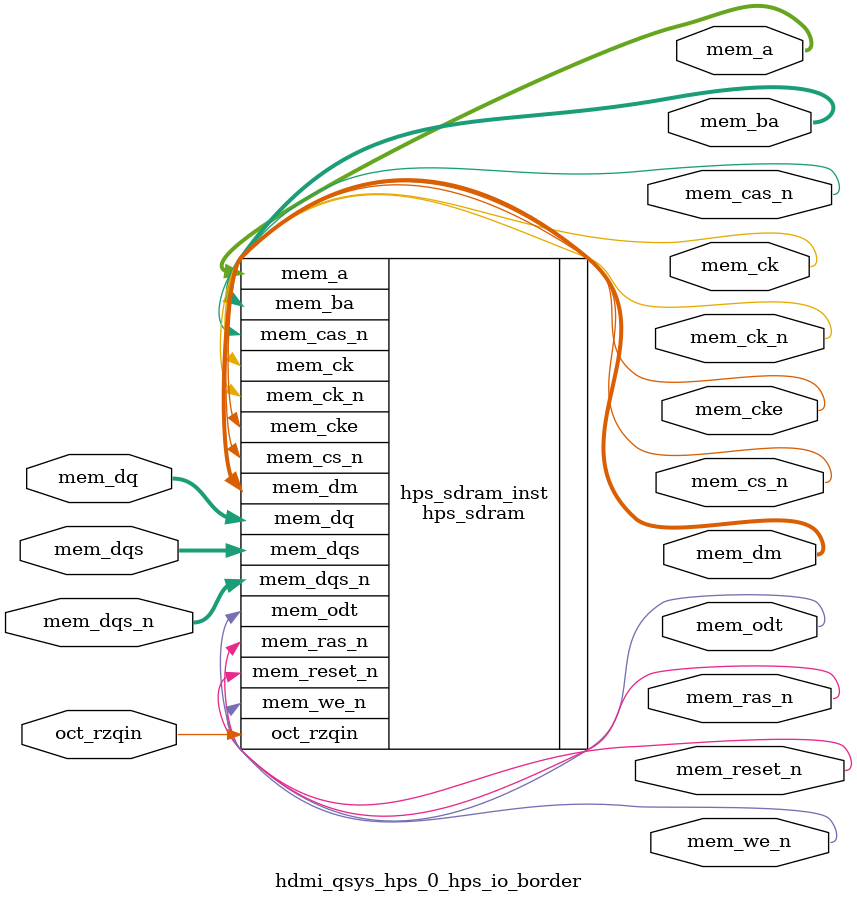
<source format=sv>


module hdmi_qsys_hps_0_hps_io_border(
// memory
  output wire [15 - 1 : 0 ] mem_a
 ,output wire [3 - 1 : 0 ] mem_ba
 ,output wire [1 - 1 : 0 ] mem_ck
 ,output wire [1 - 1 : 0 ] mem_ck_n
 ,output wire [1 - 1 : 0 ] mem_cke
 ,output wire [1 - 1 : 0 ] mem_cs_n
 ,output wire [1 - 1 : 0 ] mem_ras_n
 ,output wire [1 - 1 : 0 ] mem_cas_n
 ,output wire [1 - 1 : 0 ] mem_we_n
 ,output wire [1 - 1 : 0 ] mem_reset_n
 ,inout wire [32 - 1 : 0 ] mem_dq
 ,inout wire [4 - 1 : 0 ] mem_dqs
 ,inout wire [4 - 1 : 0 ] mem_dqs_n
 ,output wire [1 - 1 : 0 ] mem_odt
 ,output wire [4 - 1 : 0 ] mem_dm
 ,input wire [1 - 1 : 0 ] oct_rzqin
);


hps_sdram hps_sdram_inst(
 .mem_dq({
    mem_dq[31:0] // 31:0
  })
,.mem_odt({
    mem_odt[0:0] // 0:0
  })
,.mem_ras_n({
    mem_ras_n[0:0] // 0:0
  })
,.mem_dqs_n({
    mem_dqs_n[3:0] // 3:0
  })
,.mem_dqs({
    mem_dqs[3:0] // 3:0
  })
,.mem_dm({
    mem_dm[3:0] // 3:0
  })
,.mem_we_n({
    mem_we_n[0:0] // 0:0
  })
,.mem_cas_n({
    mem_cas_n[0:0] // 0:0
  })
,.mem_ba({
    mem_ba[2:0] // 2:0
  })
,.mem_a({
    mem_a[14:0] // 14:0
  })
,.mem_cs_n({
    mem_cs_n[0:0] // 0:0
  })
,.mem_ck({
    mem_ck[0:0] // 0:0
  })
,.mem_cke({
    mem_cke[0:0] // 0:0
  })
,.oct_rzqin({
    oct_rzqin[0:0] // 0:0
  })
,.mem_reset_n({
    mem_reset_n[0:0] // 0:0
  })
,.mem_ck_n({
    mem_ck_n[0:0] // 0:0
  })
);

endmodule


</source>
